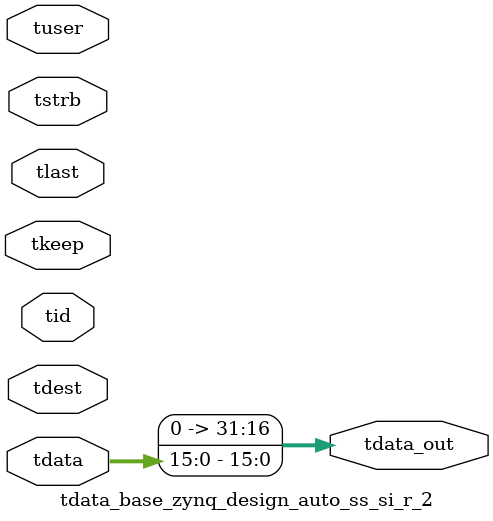
<source format=v>


`timescale 1ps/1ps

module tdata_base_zynq_design_auto_ss_si_r_2 #
(
parameter C_S_AXIS_TDATA_WIDTH = 32,
parameter C_S_AXIS_TUSER_WIDTH = 0,
parameter C_S_AXIS_TID_WIDTH   = 0,
parameter C_S_AXIS_TDEST_WIDTH = 0,
parameter C_M_AXIS_TDATA_WIDTH = 32
)
(
input  [(C_S_AXIS_TDATA_WIDTH == 0 ? 1 : C_S_AXIS_TDATA_WIDTH)-1:0     ] tdata,
input  [(C_S_AXIS_TUSER_WIDTH == 0 ? 1 : C_S_AXIS_TUSER_WIDTH)-1:0     ] tuser,
input  [(C_S_AXIS_TID_WIDTH   == 0 ? 1 : C_S_AXIS_TID_WIDTH)-1:0       ] tid,
input  [(C_S_AXIS_TDEST_WIDTH == 0 ? 1 : C_S_AXIS_TDEST_WIDTH)-1:0     ] tdest,
input  [(C_S_AXIS_TDATA_WIDTH/8)-1:0 ] tkeep,
input  [(C_S_AXIS_TDATA_WIDTH/8)-1:0 ] tstrb,
input                                                                    tlast,
output [C_M_AXIS_TDATA_WIDTH-1:0] tdata_out
);

assign tdata_out = {tdata[15:0]};

endmodule


</source>
